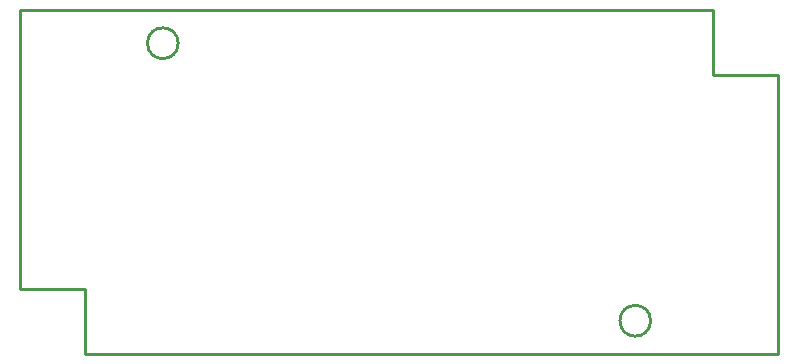
<source format=gm1>
G04 #@! TF.GenerationSoftware,KiCad,Pcbnew,8.0.0-rc1*
G04 #@! TF.CreationDate,2025-03-11T15:01:50+03:00*
G04 #@! TF.ProjectId,KSS_MD_V1.0,4b53535f-4d44-45f5-9631-2e302e6b6963,rev?*
G04 #@! TF.SameCoordinates,Original*
G04 #@! TF.FileFunction,Profile,NP*
%FSLAX46Y46*%
G04 Gerber Fmt 4.6, Leading zero omitted, Abs format (unit mm)*
G04 Created by KiCad (PCBNEW 8.0.0-rc1) date 2025-03-11 15:01:50*
%MOMM*%
%LPD*%
G01*
G04 APERTURE LIST*
G04 #@! TA.AperFunction,Profile*
%ADD10C,0.250000*%
G04 #@! TD*
G04 APERTURE END LIST*
D10*
X157265200Y-81556000D02*
X151765200Y-81556000D01*
X93165200Y-76056000D02*
X151765200Y-76056000D01*
X151765200Y-81556000D02*
X151765200Y-76056000D01*
X146515200Y-102356000D02*
G75*
G02*
X143915200Y-102356000I-1300000J0D01*
G01*
X143915200Y-102356000D02*
G75*
G02*
X146515200Y-102356000I1300000J0D01*
G01*
X98665200Y-99656000D02*
X98665200Y-105156000D01*
X157265200Y-81556000D02*
X157265200Y-105156000D01*
X93165200Y-99656000D02*
X93165200Y-76056000D01*
X157265200Y-105156000D02*
X98665200Y-105156000D01*
X93165200Y-99656000D02*
X98665200Y-99656000D01*
X106515200Y-78856000D02*
G75*
G02*
X103915200Y-78856000I-1300000J0D01*
G01*
X103915200Y-78856000D02*
G75*
G02*
X106515200Y-78856000I1300000J0D01*
G01*
M02*

</source>
